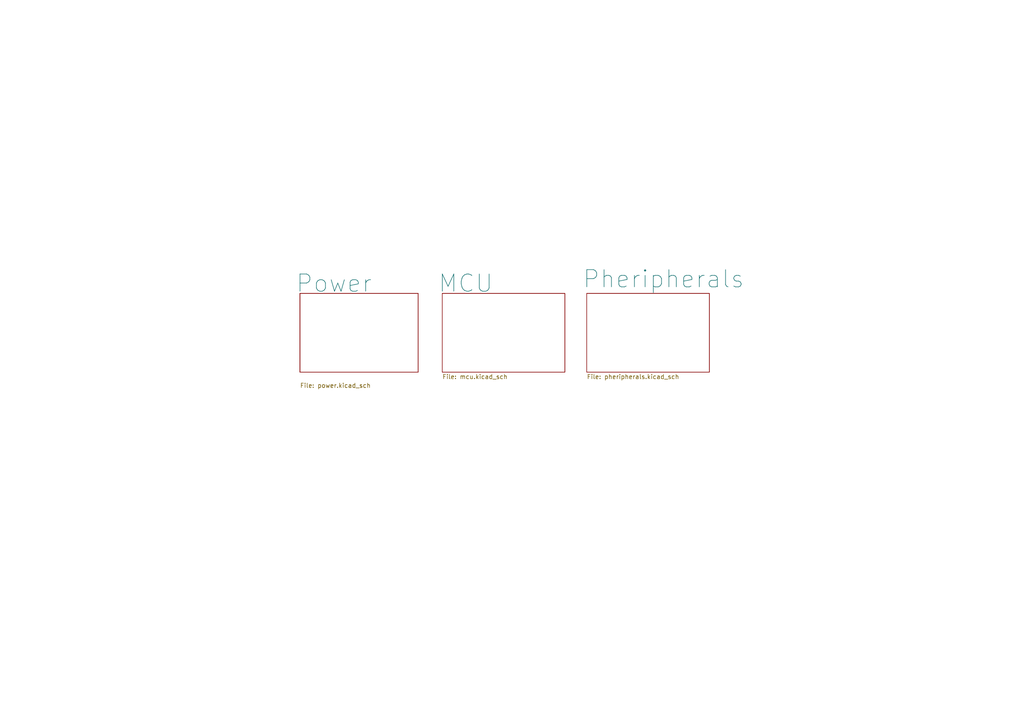
<source format=kicad_sch>
(kicad_sch (version 20211123) (generator eeschema)
  (paper "A4")
  (lib_symbols)
  (sheet (at 86.995 85.09) (size 34.29 22.86) (stroke (width 0.1524))
    (property "Sheet name" "Power" (at 85.725 85.09 0) (effects (font (size 5 5)) (justify left bottom)))
    (property "Sheet file" "power.kicad_sch" (at 86.995 111.0746 0) (effects (justify left top)))
  )
  (sheet (at 170.18 85.09) (size 35.56 22.86) (stroke (width 0.1524))
    (property "Sheet name" "Pheripherals" (at 168.91 83.82 0) (effects (font (size 5 5)) (justify left bottom)))
    (property "Sheet file" "pheripherals.kicad_sch" (at 170.18 108.5346 0) (effects (justify left top)))
  )
  (sheet (at 128.27 85.09) (size 35.56 22.86) (stroke (width 0.1524))
    (property "Sheet name" "MCU" (at 127 85.09 0) (effects (font (size 5 5)) (justify left bottom)))
    (property "Sheet file" "mcu.kicad_sch" (at 128.27 108.5346 0) (effects (justify left top)))
  )
)
</source>
